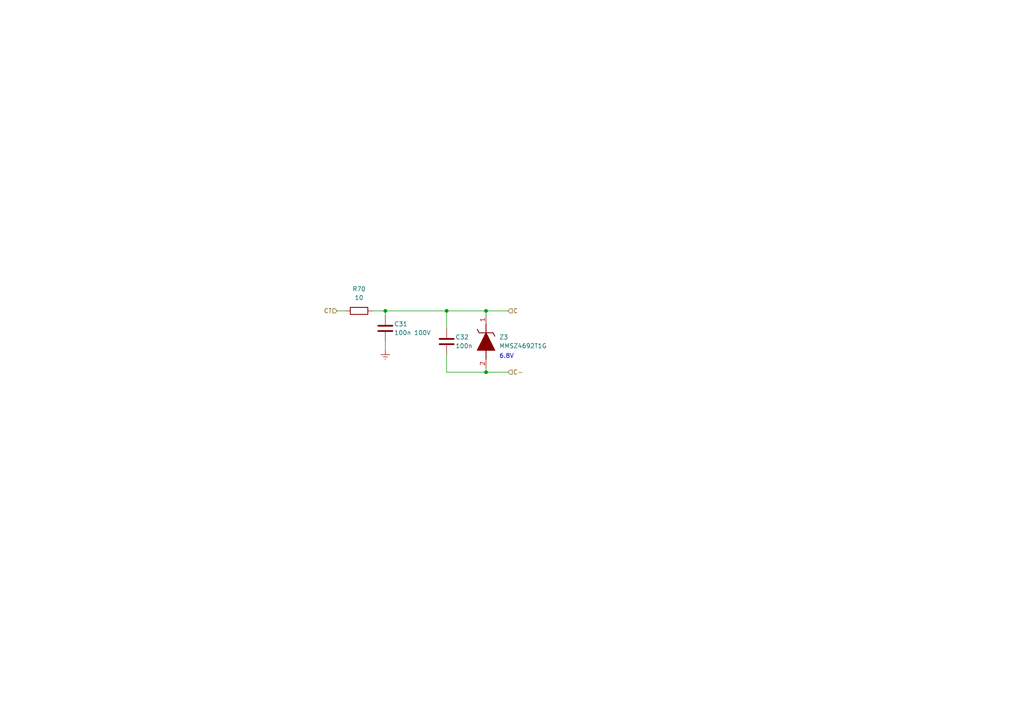
<source format=kicad_sch>
(kicad_sch (version 20250114) (generator "eeschema") (generator_version "9.0")
  (paper "A4")
  (lib_symbols
    (symbol "Device:C" (pin_numbers (hide yes)) (pin_names (offset 0.254))
      (property "Reference" "C" (at 0.635 2.54 0))
      (property "Value" "C" (at 0.635 -2.54 0))
      (symbol "C_0_1"
        (polyline (pts (xy -2.032 0.762) (xy 2.032 0.762)) (stroke (width 0.508)))
        (polyline (pts (xy -2.032 -0.762) (xy 2.032 -0.762)) (stroke (width 0.508)))
      )
      (symbol "C_1_1"
        (pin passive line (at 0 3.81 270) (length 2.794) (name "~") (number "1"))
        (pin passive line (at 0 -3.81 90) (length 2.794) (name "~") (number "2"))
      )
    )
    (symbol "Device:R" (pin_numbers (hide yes)) (pin_names (offset 0))
      (property "Reference" "R" (at 2.032 0 90))
      (property "Value" "R" (at 0 0 90))
      (symbol "R_0_1"
        (rectangle (start -1.016 -2.54) (end 1.016 2.54) (stroke (width 0.254)))
      )
      (symbol "R_1_1"
        (pin passive line (at 0 3.81 270) (length 1.27) (name "~") (number "1"))
        (pin passive line (at 0 -3.81 90) (length 1.27) (name "~") (number "2"))
      )
    )
    (symbol "SamacSys_Parts:MMSZ4692T1G" (pin_names (hide yes))
      (property "Reference" "Z" (at 10.16 8.89 0))
      (property "Value" "MMSZ4692T1G" (at 10.16 6.35 0))
      (symbol "MMSZ4692T1G_1_1"
        (polyline (pts (xy 2.54 0) (xy 5.08 0)) (stroke (width 0.254)))
        (polyline (pts (xy 4.064 -2.54) (xy 5.08 -2.032)) (stroke (width 0.254)))
        (polyline (pts (xy 5.08 2.032) (xy 5.08 -2.032)) (stroke (width 0.254)))
        (polyline (pts (xy 5.08 2.032) (xy 6.096 2.54)) (stroke (width 0.254)))
        (polyline (pts (xy 5.08 0) (xy 10.16 2.54) (xy 10.16 -2.54) (xy 5.08 0)) (stroke (width 0.254)) (fill (type outline)))
        (polyline (pts (xy 12.7 0) (xy 10.16 0)) (stroke (width 0.254)))
        (pin passive line (at 0 0 0) (length 2.54) (name "K") (number "1"))
        (pin passive line (at 15.24 0 180) (length 2.54) (name "A") (number "2"))
      )
    )
    (symbol "power:Earth" (power) (pin_names (offset 0))
      (symbol "Earth_0_1"
        (polyline (pts (xy -0.635 -1.905) (xy 0.635 -1.905)))
        (polyline (pts (xy -0.127 -2.54) (xy 0.127 -2.54)))
        (polyline (pts (xy 0 -1.27) (xy 0 0)))
        (polyline (pts (xy 1.27 -1.27) (xy -1.27 -1.27)))
      )
      (symbol "Earth_1_1"
        (pin power_in line (at 0 0 270) (length 0) (hide yes) (name "Earth") (number "1"))
      )
    )
  )
  (text "6.8V" (at 144.78 104.14 0) (effects (font (size 1.27 1.27)) (justify left bottom)))
  (junction (at 140.97 90.17))
  (junction (at 111.76 90.17))
  (junction (at 129.54 90.17))
  (junction (at 140.97 107.95))
  (wire (pts (xy 129.54 102.87) (xy 129.54 107.95)))
  (wire (pts (xy 147.32 90.17) (xy 140.97 90.17)))
  (wire (pts (xy 111.76 99.06) (xy 111.76 101.6)))
  (wire (pts (xy 129.54 107.95) (xy 140.97 107.95)))
  (wire (pts (xy 129.54 90.17) (xy 129.54 95.25)))
  (wire (pts (xy 129.54 90.17) (xy 140.97 90.17)))
  (wire (pts (xy 111.76 90.17) (xy 129.54 90.17)))
  (wire (pts (xy 107.95 90.17) (xy 111.76 90.17)))
  (wire (pts (xy 140.97 106.68) (xy 140.97 107.95)))
  (wire (pts (xy 97.79 90.17) (xy 100.33 90.17)))
  (wire (pts (xy 140.97 107.95) (xy 147.32 107.95)))
  (wire (pts (xy 111.76 90.17) (xy 111.76 91.44)))
  (wire (pts (xy 140.97 90.17) (xy 140.97 91.44)))
  (hierarchical_label "C" (shape input) (at 147.32 90.17 0))
  (hierarchical_label "C-" (shape input) (at 147.32 107.95 0))
  (hierarchical_label "CT" (shape input) (at 97.79 90.17 180))
  (symbol (lib_id "Device:C") (at 129.54 99.06 0) (unit 1)
    (property "Reference" "C28" (at 132.08 97.79 0) (effects (justify left)))
    (property "Value" "100n" (at 132.08 100.33 0) (effects (justify left)))
    (property "Footprint" "Capacitor_SMD:C_0402_1005Metric" (effects (hide yes)))
    (instances (project "BMS_Slave_V1(ADBMS1818)" (path "" (reference "C32") (unit 1)) (path "" (reference "C44") (unit 1)) (path "" (reference "C38") (unit 1)) (path "" (reference "C36") (unit 1)) (path "" (reference "C46") (unit 1)) (path "" (reference "C52") (unit 1)) (path "" (reference "C34") (unit 1)) (path "" (reference "C42") (unit 1)) (path "" (reference "C48") (unit 1)) (path "" (reference "C30") (unit 1)) (path "" (reference "C54") (unit 1)) (path "" (reference "C28") (unit 1)) (path "" (reference "C50") (unit 1)) (path "" (reference "C40") (unit 1)) (path "" (reference "C56") (unit 1))))
  )
  (symbol (lib_id "Device:R") (at 104.14 90.17 90) (unit 1)
    (property "Reference" "R60" (at 104.14 83.82 90))
    (property "Value" "10" (at 104.14 86.36 90))
    (property "Footprint" "Resistor_SMD:R_0402_1005Metric" (effects (hide yes)))
    (instances (project "BMS_Slave_V1(ADBMS1818)" (path "" (reference "R70") (unit 1)) (path "" (reference "R96") (unit 1)) (path "" (reference "R85") (unit 1)) (path "" (reference "R80") (unit 1)) (path "" (reference "R101") (unit 1)) (path "" (reference "R124") (unit 1)) (path "" (reference "R75") (unit 1)) (path "" (reference "R95") (unit 1)) (path "" (reference "R122") (unit 1)) (path "" (reference "R65") (unit 1)) (path "" (reference "R125") (unit 1)) (path "" (reference "R60") (unit 1)) (path "" (reference "R123") (unit 1)) (path "" (reference "R90") (unit 1)) (path "" (reference "R126") (unit 1))))
  )
  (symbol (lib_id "Device:C") (at 111.76 95.25 0) (unit 1)
    (property "Reference" "C27" (at 114.3 93.98 0) (effects (justify left)))
    (property "Value" "100n 100V" (at 114.3 96.52 0) (effects (justify left)))
    (property "Footprint" "Capacitor_SMD:C_0805_2012Metric" (effects (hide yes)))
    (instances (project "BMS_Slave_V1(ADBMS1818)" (path "" (reference "C31") (unit 1)) (path "" (reference "C43") (unit 1)) (path "" (reference "C37") (unit 1)) (path "" (reference "C35") (unit 1)) (path "" (reference "C45") (unit 1)) (path "" (reference "C51") (unit 1)) (path "" (reference "C33") (unit 1)) (path "" (reference "C41") (unit 1)) (path "" (reference "C47") (unit 1)) (path "" (reference "C29") (unit 1)) (path "" (reference "C53") (unit 1)) (path "" (reference "C27") (unit 1)) (path "" (reference "C49") (unit 1)) (path "" (reference "C39") (unit 1)) (path "" (reference "C55") (unit 1))))
  )
  (symbol (lib_id "SamacSys_Parts:MMSZ4692T1G") (at 140.97 91.44 270) (unit 1)
    (property "Reference" "Z1" (at 144.78 97.79 90) (effects (justify left)))
    (property "Value" "MMSZ4692T1G" (at 144.78 100.33 90) (effects (justify left)))
    (property "Footprint" "Diode_SMD:D_SOD-123" (effects (hide yes)))
    (property "Datasheet" "http://www.onsemi.com/pub/Collateral/MMSZ4678T1-D.PDF" (effects (hide yes)))
    (property "Height" "1.35" (effects (hide yes)))
    (property "Mouser Part Number" "863-MMSZ4692T1G" (effects (hide yes)))
    (property "Mouser Price/Stock" "https://www.mouser.co.uk/ProductDetail/onsemi/MMSZ4692T1G?qs=P4IOph%252Bbot8jSn3zyyx1xw%3D%3D" (effects (hide yes)))
    (property "Manufacturer_Name" "onsemi" (effects (hide yes)))
    (property "Manufacturer_Part_Number" "MMSZ4692T1G" (effects (hide yes)))
    (instances (project "BMS_Slave_V1(ADBMS1818)" (path "" (reference "Z3") (unit 1)) (path "" (reference "Z9") (unit 1)) (path "" (reference "Z6") (unit 1)) (path "" (reference "Z5") (unit 1)) (path "" (reference "Z10") (unit 1)) (path "" (reference "Z13") (unit 1)) (path "" (reference "Z4") (unit 1)) (path "" (reference "Z8") (unit 1)) (path "" (reference "Z11") (unit 1)) (path "" (reference "Z2") (unit 1)) (path "" (reference "Z14") (unit 1)) (path "" (reference "Z1") (unit 1)) (path "" (reference "Z12") (unit 1)) (path "" (reference "Z7") (unit 1)) (path "" (reference "Z15") (unit 1))))
  )
  (symbol (lib_id "power:Earth") (at 111.76 101.6 0) (unit 1)
    (property "Reference" "#PWR078" (effects (hide yes)))
    (property "Value" "Earth" (effects (hide yes)))
    (instances (project "BMS_Slave_V1(ADBMS1818)" (path "" (reference "#PWR080") (unit 1)) (path "" (reference "#PWR086") (unit 1)) (path "" (reference "#PWR083") (unit 1)) (path "" (reference "#PWR082") (unit 1)) (path "" (reference "#PWR087") (unit 1)) (path "" (reference "#PWR090") (unit 1)) (path "" (reference "#PWR081") (unit 1)) (path "" (reference "#PWR085") (unit 1)) (path "" (reference "#PWR088") (unit 1)) (path "" (reference "#PWR079") (unit 1)) (path "" (reference "#PWR091") (unit 1)) (path "" (reference "#PWR078") (unit 1)) (path "" (reference "#PWR089") (unit 1)) (path "" (reference "#PWR084") (unit 1)) (path "" (reference "#PWR092") (unit 1))))
  )
)
</source>
